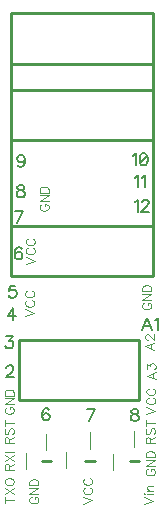
<source format=gbr>
G04 DipTrace 3.1.0.1*
G04 TopSilk.gbr*
%MOIN*%
G04 #@! TF.FileFunction,Legend,Top*
G04 #@! TF.Part,Single*
%ADD10C,0.009843*%
%ADD18C,0.003937*%
%ADD44C,0.006176*%
%ADD45C,0.004632*%
%FSLAX26Y26*%
G04*
G70*
G90*
G75*
G01*
G04 TopSilk*
%LPD*%
X543882Y754882D2*
D10*
X943882D1*
X543882Y954882D2*
X943882D1*
X543882Y754882D2*
Y954882D1*
X943882Y754882D2*
Y954882D1*
X649630Y551417D2*
X618134D1*
X795630Y550417D2*
X764134D1*
X943630D2*
X912134D1*
X515661Y1619642D2*
X988102D1*
Y1166858D1*
X515661D1*
Y1619642D1*
Y1875543D2*
X988102D1*
Y1166858D1*
X515661D1*
Y1875543D1*
X516661Y1786642D2*
X989102D1*
Y1333858D1*
X516661D1*
Y1786642D1*
Y2042543D2*
X989102D1*
Y1333858D1*
X516661D1*
Y2042543D1*
X565882Y577882D2*
D18*
Y522882D1*
X632882Y640882D2*
Y585882D1*
X700882Y581882D2*
Y526882D1*
X926882Y650882D2*
Y595882D1*
X778882Y646882D2*
Y591882D1*
X854882Y574882D2*
Y519882D1*
X923251Y1568341D2*
D44*
X927097Y1570286D1*
X932845Y1575990D1*
Y1535842D1*
X956693Y1575990D2*
X950945Y1574089D1*
X947098Y1568341D1*
X945197Y1558790D1*
Y1553042D1*
X947098Y1543491D1*
X950945Y1537743D1*
X956693Y1535842D1*
X960495D1*
X966243Y1537743D1*
X970046Y1543491D1*
X971991Y1553042D1*
Y1558790D1*
X970046Y1568341D1*
X966243Y1574089D1*
X960495Y1575990D1*
X956693D1*
X970046Y1568341D2*
X947098Y1543491D1*
X562144Y1557637D2*
X560198Y1551889D1*
X556396Y1548042D1*
X550648Y1546141D1*
X548747D1*
X542999Y1548042D1*
X539196Y1551889D1*
X537251Y1557637D1*
Y1559538D1*
X539196Y1565286D1*
X542999Y1569089D1*
X548747Y1570990D1*
X550648D1*
X556396Y1569089D1*
X560198Y1565286D1*
X562144Y1557637D1*
Y1548042D1*
X560198Y1538491D1*
X556396Y1532743D1*
X550648Y1530842D1*
X546845D1*
X541097Y1532743D1*
X539196Y1536590D1*
X930251Y1495341D2*
X934097Y1497286D1*
X939845Y1502990D1*
Y1462842D1*
X952197Y1495341D2*
X956044Y1497286D1*
X961792Y1502990D1*
Y1462842D1*
X929251Y1414341D2*
X933097Y1416286D1*
X938845Y1421990D1*
Y1381842D1*
X953142Y1412439D2*
Y1414341D1*
X955044Y1418187D1*
X956945Y1420089D1*
X960792Y1421990D1*
X968441D1*
X972243Y1420089D1*
X974145Y1418187D1*
X976090Y1414341D1*
Y1410538D1*
X974145Y1406691D1*
X970342Y1400987D1*
X951197Y1381842D1*
X977991D1*
X984892Y987842D2*
X969549Y1028034D1*
X954251Y987842D1*
X959999Y1001239D2*
X979144D1*
X997243Y1020341D2*
X1001090Y1022286D1*
X1006838Y1027990D1*
Y987842D1*
X994390Y944843D2*
D45*
X964246Y933336D1*
X994390Y921862D1*
X984342Y926173D2*
Y940532D1*
X971442Y955566D2*
X970016D1*
X967131Y956992D1*
X965705Y958418D1*
X964279Y961303D1*
Y967040D1*
X965705Y969891D1*
X967131Y971317D1*
X970016Y972777D1*
X972868D1*
X975753Y971317D1*
X980031Y968465D1*
X994390Y954106D1*
Y974202D1*
X998390Y846843D2*
X968246Y835336D1*
X998390Y823862D1*
X988342Y828173D2*
Y842532D1*
X968279Y858992D2*
Y874743D1*
X979753Y866154D1*
Y870466D1*
X981179Y873317D1*
X982605Y874743D1*
X986916Y876202D1*
X989768D1*
X994079Y874743D1*
X996964Y871891D1*
X998390Y867580D1*
Y863269D1*
X996964Y858992D1*
X995505Y857566D1*
X992653Y856106D1*
X967581Y707565D2*
X997725Y719039D1*
X967581Y730513D1*
X974744Y761299D2*
X971892Y759873D1*
X969007Y756988D1*
X967581Y754136D1*
Y748399D1*
X969007Y745514D1*
X971892Y742662D1*
X974744Y741203D1*
X979055Y739777D1*
X986251D1*
X990529Y741203D1*
X993414Y742662D1*
X996266Y745514D1*
X997725Y748399D1*
Y754136D1*
X996266Y756988D1*
X993414Y759873D1*
X990529Y761299D1*
X974744Y792084D2*
X971892Y790658D1*
X969007Y787773D1*
X967581Y784921D1*
Y779184D1*
X969007Y776299D1*
X971892Y773447D1*
X974744Y771988D1*
X979055Y770562D1*
X986251D1*
X990529Y771988D1*
X993414Y773447D1*
X996266Y776299D1*
X997725Y779184D1*
Y784921D1*
X996266Y787773D1*
X993414Y790658D1*
X990529Y792084D1*
X980366Y610139D2*
Y623039D1*
X978907Y627350D1*
X977481Y628809D1*
X974629Y630235D1*
X971744D1*
X968892Y628809D1*
X967433Y627350D1*
X966007Y623039D1*
Y610139D1*
X996151D1*
X980366Y620187D2*
X996151Y630235D1*
X970318Y659594D2*
X967433Y656742D1*
X966007Y652431D1*
Y646694D1*
X967433Y642383D1*
X970318Y639498D1*
X973170D1*
X976055Y640957D1*
X977481Y642383D1*
X978907Y645235D1*
X981792Y653857D1*
X983218Y656742D1*
X984677Y658168D1*
X987529Y659594D1*
X991840D1*
X994692Y656742D1*
X996151Y652431D1*
Y646694D1*
X994692Y642383D1*
X991840Y639498D1*
X966007Y678906D2*
X996151D1*
X966007Y668858D2*
Y688954D1*
X972883Y523948D2*
X970031Y522522D1*
X967146Y519637D1*
X965720Y516785D1*
Y511048D1*
X967146Y508163D1*
X970031Y505311D1*
X972883Y503852D1*
X977194Y502426D1*
X984390D1*
X988668Y503852D1*
X991553Y505311D1*
X994405Y508163D1*
X995864Y511048D1*
Y516785D1*
X994405Y519637D1*
X991553Y522522D1*
X988668Y523948D1*
X984390D1*
Y516785D1*
X965720Y553308D2*
X995864D1*
X965720Y533212D1*
X995864D1*
X965720Y562571D2*
X995864D1*
Y572619D1*
X994405Y576930D1*
X991553Y579815D1*
X988668Y581241D1*
X984390Y582667D1*
X977194D1*
X972883Y581241D1*
X970031Y579815D1*
X967146Y576930D1*
X965720Y572619D1*
Y562571D1*
X960671Y407473D2*
X990815Y418947D1*
X960671Y430421D1*
Y439685D2*
X962097Y441111D1*
X960671Y442570D1*
X959212Y441111D1*
X960671Y439685D1*
X970719Y441111D2*
X990815D1*
X970719Y451833D2*
X990815D1*
X976456D2*
X972145Y456145D1*
X970719Y459030D1*
Y463307D1*
X972145Y466192D1*
X976456Y467618D1*
X990815D1*
X544801Y1469990D2*
D44*
X539097Y1468089D1*
X537152Y1464286D1*
Y1460439D1*
X539097Y1456637D1*
X542900Y1454691D1*
X550549Y1452790D1*
X556297Y1450889D1*
X560100Y1447042D1*
X562001Y1443239D1*
Y1437491D1*
X560100Y1433689D1*
X558198Y1431743D1*
X552450Y1429842D1*
X544801D1*
X539097Y1431743D1*
X537152Y1433689D1*
X535251Y1437491D1*
Y1443239D1*
X537152Y1447042D1*
X540999Y1450889D1*
X546702Y1452790D1*
X554352Y1454691D1*
X558198Y1456637D1*
X560100Y1460439D1*
Y1464286D1*
X558198Y1468089D1*
X552450Y1469990D1*
X544801D1*
X536900Y1344842D2*
X556045Y1384990D1*
X529251D1*
X552198Y1257286D2*
X550297Y1261089D1*
X544549Y1262990D1*
X540747D1*
X534999Y1261089D1*
X531152Y1255341D1*
X529251Y1245790D1*
Y1236239D1*
X531152Y1228590D1*
X534999Y1224743D1*
X540747Y1222842D1*
X542648D1*
X548352Y1224743D1*
X552198Y1228590D1*
X554100Y1234338D1*
Y1236239D1*
X552198Y1241987D1*
X548352Y1245790D1*
X542648Y1247691D1*
X540747D1*
X534999Y1245790D1*
X531152Y1241987D1*
X529251Y1236239D1*
X531198Y1134990D2*
X512097D1*
X510196Y1117790D1*
X512097Y1119691D1*
X517845Y1121637D1*
X523549D1*
X529297Y1119691D1*
X533144Y1115889D1*
X535045Y1110141D1*
Y1106338D1*
X533144Y1100590D1*
X529297Y1096743D1*
X523549Y1094842D1*
X517845D1*
X512097Y1096743D1*
X510196Y1098689D1*
X508251Y1102491D1*
X524396Y1020842D2*
Y1060990D1*
X505251Y1034239D1*
X533947D1*
X501097Y966990D2*
X522100D1*
X510648Y951691D1*
X516396D1*
X520198Y949790D1*
X522100Y947889D1*
X524045Y942141D1*
Y938338D1*
X522100Y932590D1*
X518297Y928743D1*
X512549Y926842D1*
X506801D1*
X501097Y928743D1*
X499196Y930689D1*
X497251Y934491D1*
X501196Y860439D2*
Y862341D1*
X503097Y866187D1*
X504999Y868089D1*
X508845Y869990D1*
X516495D1*
X520297Y868089D1*
X522198Y866187D1*
X524144Y862341D1*
Y858538D1*
X522198Y854691D1*
X518396Y848987D1*
X499251Y829842D1*
X526045D1*
X502883Y729948D2*
D45*
X500031Y728522D1*
X497146Y725637D1*
X495720Y722785D1*
Y717048D1*
X497146Y714163D1*
X500031Y711311D1*
X502883Y709852D1*
X507194Y708426D1*
X514390D1*
X518668Y709852D1*
X521553Y711311D1*
X524405Y714163D1*
X525864Y717048D1*
Y722785D1*
X524405Y725637D1*
X521553Y728522D1*
X518668Y729948D1*
X514390D1*
Y722785D1*
X495720Y759308D2*
X525864D1*
X495720Y739212D1*
X525864D1*
X495720Y768571D2*
X525864D1*
Y778619D1*
X524405Y782930D1*
X521553Y785815D1*
X518668Y787241D1*
X514390Y788667D1*
X507194D1*
X502883Y787241D1*
X500031Y785815D1*
X497146Y782930D1*
X495720Y778619D1*
Y768571D1*
X509366Y610139D2*
Y623039D1*
X507907Y627350D1*
X506481Y628809D1*
X503629Y630235D1*
X500744D1*
X497892Y628809D1*
X496433Y627350D1*
X495007Y623039D1*
Y610139D1*
X525151D1*
X509366Y620187D2*
X525151Y630235D1*
X499318Y659594D2*
X496433Y656742D1*
X495007Y652431D1*
Y646694D1*
X496433Y642383D1*
X499318Y639498D1*
X502170D1*
X505055Y640957D1*
X506481Y642383D1*
X507907Y645235D1*
X510792Y653857D1*
X512218Y656742D1*
X513677Y658168D1*
X516529Y659594D1*
X520840D1*
X523692Y656742D1*
X525151Y652431D1*
Y646694D1*
X523692Y642383D1*
X520840Y639498D1*
X495007Y678906D2*
X525151D1*
X495007Y668858D2*
Y688954D1*
X510366Y521139D2*
Y534039D1*
X508907Y538350D1*
X507481Y539809D1*
X504629Y541235D1*
X501744D1*
X498892Y539809D1*
X497433Y538350D1*
X496007Y534039D1*
Y521139D1*
X526151D1*
X510366Y531187D2*
X526151Y541235D1*
X496007Y550498D2*
X526151Y570594D1*
X496007D2*
X526151Y550498D1*
X496007Y579858D2*
X526151D1*
X496007Y422187D2*
X526151D1*
X496007Y412139D2*
Y432235D1*
Y441498D2*
X526151Y461594D1*
X496007D2*
X526151Y441498D1*
X496007Y479480D2*
X497433Y476595D1*
X500318Y473743D1*
X503170Y472284D1*
X507481Y470858D1*
X514677D1*
X518955Y472284D1*
X521840Y473743D1*
X524692Y476595D1*
X526151Y479480D1*
Y485217D1*
X524692Y488069D1*
X521840Y490954D1*
X518955Y492380D1*
X514677Y493806D1*
X507481D1*
X503170Y492380D1*
X500318Y490954D1*
X497433Y488069D1*
X496007Y485217D1*
Y479480D1*
X584883Y430948D2*
X582031Y429522D1*
X579146Y426637D1*
X577720Y423785D1*
Y418048D1*
X579146Y415163D1*
X582031Y412311D1*
X584883Y410852D1*
X589194Y409426D1*
X596390D1*
X600668Y410852D1*
X603553Y412311D1*
X606405Y415163D1*
X607864Y418048D1*
Y423785D1*
X606405Y426637D1*
X603553Y429522D1*
X600668Y430948D1*
X596390D1*
Y423785D1*
X577720Y460308D2*
X607864D1*
X577720Y440212D1*
X607864D1*
X577720Y469571D2*
X607864D1*
Y479619D1*
X606405Y483930D1*
X603553Y486815D1*
X600668Y488241D1*
X596390Y489667D1*
X589194D1*
X584883Y488241D1*
X582031Y486815D1*
X579146Y483930D1*
X577720Y479619D1*
Y469571D1*
X756720Y408426D2*
X786864Y419900D1*
X756720Y431374D1*
X763883Y462160D2*
X761031Y460734D1*
X758146Y457849D1*
X756720Y454997D1*
Y449260D1*
X758146Y446375D1*
X761031Y443523D1*
X763883Y442064D1*
X768194Y440638D1*
X775390D1*
X779668Y442064D1*
X782553Y443523D1*
X785405Y446375D1*
X786864Y449260D1*
Y454997D1*
X785405Y457849D1*
X782553Y460734D1*
X779668Y462160D1*
X763883Y492945D2*
X761031Y491519D1*
X758146Y488634D1*
X756720Y485782D1*
Y480045D1*
X758146Y477160D1*
X761031Y474308D1*
X763883Y472849D1*
X768194Y471423D1*
X775390D1*
X779668Y472849D1*
X782553Y474308D1*
X785405Y477160D1*
X786864Y480045D1*
Y485782D1*
X785405Y488634D1*
X782553Y491519D1*
X779668Y492945D1*
X924801Y723990D2*
D44*
X919097Y722089D1*
X917152Y718286D1*
Y714439D1*
X919097Y710637D1*
X922900Y708691D1*
X930549Y706790D1*
X936297Y704889D1*
X940100Y701042D1*
X942001Y697239D1*
Y691491D1*
X940100Y687689D1*
X938198Y685743D1*
X932450Y683842D1*
X924801D1*
X919097Y685743D1*
X917152Y687689D1*
X915251Y691491D1*
Y697239D1*
X917152Y701042D1*
X920999Y704889D1*
X926702Y706790D1*
X934352Y708691D1*
X938198Y710637D1*
X940100Y714439D1*
Y718286D1*
X938198Y722089D1*
X932450Y723990D1*
X924801D1*
X776900Y683842D2*
X796045Y723990D1*
X769251D1*
X643198Y720286D2*
X641297Y724089D1*
X635549Y725990D1*
X631747D1*
X625999Y724089D1*
X622152Y718341D1*
X620251Y708790D1*
Y699239D1*
X622152Y691590D1*
X625999Y687743D1*
X631747Y685842D1*
X633648D1*
X639352Y687743D1*
X643198Y691590D1*
X645100Y697338D1*
Y699239D1*
X643198Y704987D1*
X639352Y708790D1*
X633648Y710691D1*
X631747D1*
X625999Y708790D1*
X622152Y704987D1*
X620251Y699239D1*
X618883Y1406948D2*
D45*
X616031Y1405522D1*
X613146Y1402637D1*
X611720Y1399785D1*
Y1394048D1*
X613146Y1391163D1*
X616031Y1388311D1*
X618883Y1386852D1*
X623194Y1385426D1*
X630390D1*
X634668Y1386852D1*
X637553Y1388311D1*
X640405Y1391163D1*
X641864Y1394048D1*
Y1399785D1*
X640405Y1402637D1*
X637553Y1405522D1*
X634668Y1406948D1*
X630390D1*
Y1399785D1*
X611720Y1436308D2*
X641864D1*
X611720Y1416212D1*
X641864D1*
X611720Y1445571D2*
X641864D1*
Y1455619D1*
X640405Y1459930D1*
X637553Y1462815D1*
X634668Y1464241D1*
X630390Y1465667D1*
X623194D1*
X618883Y1464241D1*
X616031Y1462815D1*
X613146Y1459930D1*
X611720Y1455619D1*
Y1445571D1*
X565720Y1207426D2*
X595864Y1218900D1*
X565720Y1230374D1*
X572883Y1261160D2*
X570031Y1259734D1*
X567146Y1256849D1*
X565720Y1253997D1*
Y1248260D1*
X567146Y1245375D1*
X570031Y1242523D1*
X572883Y1241064D1*
X577194Y1239638D1*
X584390D1*
X588668Y1241064D1*
X591553Y1242523D1*
X594405Y1245375D1*
X595864Y1248260D1*
Y1253997D1*
X594405Y1256849D1*
X591553Y1259734D1*
X588668Y1261160D1*
X572883Y1291945D2*
X570031Y1290519D1*
X567146Y1287634D1*
X565720Y1284782D1*
Y1279045D1*
X567146Y1276160D1*
X570031Y1273308D1*
X572883Y1271849D1*
X577194Y1270423D1*
X584390D1*
X588668Y1271849D1*
X591553Y1273308D1*
X594405Y1276160D1*
X595864Y1279045D1*
Y1284782D1*
X594405Y1287634D1*
X591553Y1290519D1*
X588668Y1291945D1*
X563720Y1033426D2*
X593864Y1044900D1*
X563720Y1056374D1*
X570883Y1087160D2*
X568031Y1085734D1*
X565146Y1082849D1*
X563720Y1079997D1*
Y1074260D1*
X565146Y1071375D1*
X568031Y1068523D1*
X570883Y1067064D1*
X575194Y1065638D1*
X582390D1*
X586668Y1067064D1*
X589553Y1068523D1*
X592405Y1071375D1*
X593864Y1074260D1*
Y1079997D1*
X592405Y1082849D1*
X589553Y1085734D1*
X586668Y1087160D1*
X570883Y1117945D2*
X568031Y1116519D1*
X565146Y1113634D1*
X563720Y1110782D1*
Y1105045D1*
X565146Y1102160D1*
X568031Y1099308D1*
X570883Y1097849D1*
X575194Y1096423D1*
X582390D1*
X586668Y1097849D1*
X589553Y1099308D1*
X592405Y1102160D1*
X593864Y1105045D1*
Y1110782D1*
X592405Y1113634D1*
X589553Y1116519D1*
X586668Y1117945D1*
X960883Y1077948D2*
X958031Y1076522D1*
X955146Y1073637D1*
X953720Y1070785D1*
Y1065048D1*
X955146Y1062163D1*
X958031Y1059311D1*
X960883Y1057852D1*
X965194Y1056426D1*
X972390D1*
X976668Y1057852D1*
X979553Y1059311D1*
X982405Y1062163D1*
X983864Y1065048D1*
Y1070785D1*
X982405Y1073637D1*
X979553Y1076522D1*
X976668Y1077948D1*
X972390D1*
Y1070785D1*
X953720Y1107308D2*
X983864D1*
X953720Y1087212D1*
X983864D1*
X953720Y1116571D2*
X983864D1*
Y1126619D1*
X982405Y1130930D1*
X979553Y1133815D1*
X976668Y1135241D1*
X972390Y1136667D1*
X965194D1*
X960883Y1135241D1*
X958031Y1133815D1*
X955146Y1130930D1*
X953720Y1126619D1*
Y1116571D1*
M02*

</source>
